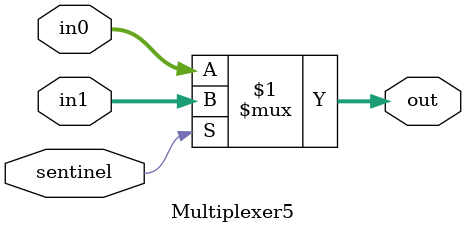
<source format=v>
`timescale 1ns / 1ps

module Multiplexer5(
	input sentinel,
	input [4:0] in0,
	input [4:0] in1,
	output [4:0] out
	);
	
	assign out = sentinel ? in1 : in0;

endmodule

</source>
